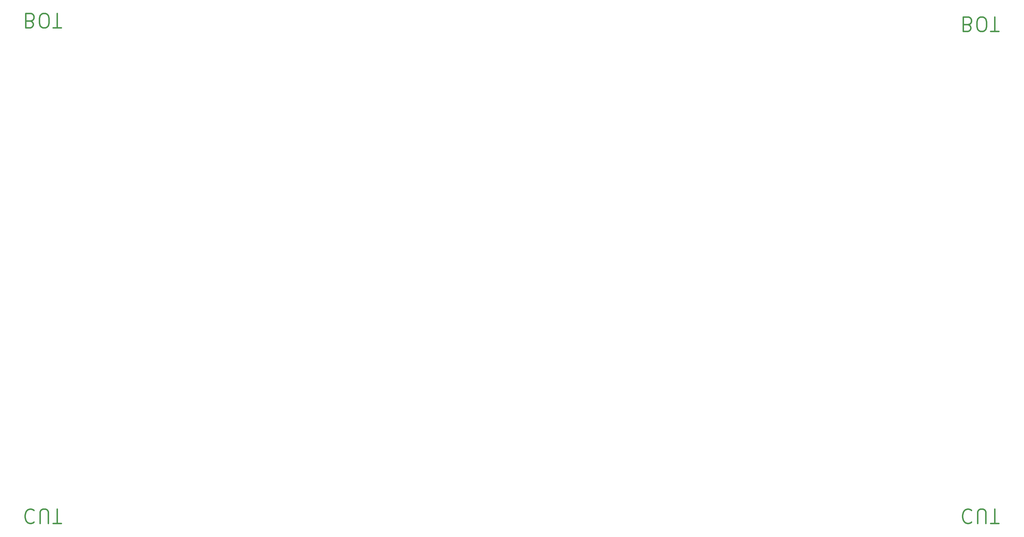
<source format=gbr>
%TF.GenerationSoftware,KiCad,Pcbnew,7.0.1-3b83917a11~172~ubuntu22.04.1*%
%TF.CreationDate,2023-12-10T15:59:10-05:00*%
%TF.ProjectId,coil_template_second,636f696c-5f74-4656-9d70-6c6174655f73,rev?*%
%TF.SameCoordinates,Original*%
%TF.FileFunction,Legend,Bot*%
%TF.FilePolarity,Positive*%
%FSLAX46Y46*%
G04 Gerber Fmt 4.6, Leading zero omitted, Abs format (unit mm)*
G04 Created by KiCad (PCBNEW 7.0.1-3b83917a11~172~ubuntu22.04.1) date 2023-12-10 15:59:10*
%MOMM*%
%LPD*%
G01*
G04 APERTURE LIST*
%ADD10C,2.000000*%
G04 APERTURE END LIST*
D10*
X91190476Y-712652380D02*
X90238095Y-711700000D01*
X90238095Y-711700000D02*
X87380952Y-710747619D01*
X87380952Y-710747619D02*
X85476190Y-710747619D01*
X85476190Y-710747619D02*
X82619047Y-711700000D01*
X82619047Y-711700000D02*
X80714285Y-713604761D01*
X80714285Y-713604761D02*
X79761904Y-715509523D01*
X79761904Y-715509523D02*
X78809523Y-719319047D01*
X78809523Y-719319047D02*
X78809523Y-722176190D01*
X78809523Y-722176190D02*
X79761904Y-725985714D01*
X79761904Y-725985714D02*
X80714285Y-727890476D01*
X80714285Y-727890476D02*
X82619047Y-729795238D01*
X82619047Y-729795238D02*
X85476190Y-730747619D01*
X85476190Y-730747619D02*
X87380952Y-730747619D01*
X87380952Y-730747619D02*
X90238095Y-729795238D01*
X90238095Y-729795238D02*
X91190476Y-728842857D01*
X99761904Y-730747619D02*
X99761904Y-714557142D01*
X99761904Y-714557142D02*
X100714285Y-712652380D01*
X100714285Y-712652380D02*
X101666666Y-711700000D01*
X101666666Y-711700000D02*
X103571428Y-710747619D01*
X103571428Y-710747619D02*
X107380952Y-710747619D01*
X107380952Y-710747619D02*
X109285714Y-711700000D01*
X109285714Y-711700000D02*
X110238095Y-712652380D01*
X110238095Y-712652380D02*
X111190476Y-714557142D01*
X111190476Y-714557142D02*
X111190476Y-730747619D01*
X117857142Y-730747619D02*
X129285714Y-730747619D01*
X123571428Y-710747619D02*
X123571428Y-730747619D01*
X1396190476Y-712652380D02*
X1395238095Y-711700000D01*
X1395238095Y-711700000D02*
X1392380952Y-710747619D01*
X1392380952Y-710747619D02*
X1390476190Y-710747619D01*
X1390476190Y-710747619D02*
X1387619047Y-711700000D01*
X1387619047Y-711700000D02*
X1385714285Y-713604761D01*
X1385714285Y-713604761D02*
X1384761904Y-715509523D01*
X1384761904Y-715509523D02*
X1383809523Y-719319047D01*
X1383809523Y-719319047D02*
X1383809523Y-722176190D01*
X1383809523Y-722176190D02*
X1384761904Y-725985714D01*
X1384761904Y-725985714D02*
X1385714285Y-727890476D01*
X1385714285Y-727890476D02*
X1387619047Y-729795238D01*
X1387619047Y-729795238D02*
X1390476190Y-730747619D01*
X1390476190Y-730747619D02*
X1392380952Y-730747619D01*
X1392380952Y-730747619D02*
X1395238095Y-729795238D01*
X1395238095Y-729795238D02*
X1396190476Y-728842857D01*
X1404761904Y-730747619D02*
X1404761904Y-714557142D01*
X1404761904Y-714557142D02*
X1405714285Y-712652380D01*
X1405714285Y-712652380D02*
X1406666666Y-711700000D01*
X1406666666Y-711700000D02*
X1408571428Y-710747619D01*
X1408571428Y-710747619D02*
X1412380952Y-710747619D01*
X1412380952Y-710747619D02*
X1414285714Y-711700000D01*
X1414285714Y-711700000D02*
X1415238095Y-712652380D01*
X1415238095Y-712652380D02*
X1416190476Y-714557142D01*
X1416190476Y-714557142D02*
X1416190476Y-730747619D01*
X1422857142Y-730747619D02*
X1434285714Y-730747619D01*
X1428571428Y-710747619D02*
X1428571428Y-730747619D01*
X86428571Y-31223809D02*
X89285714Y-30271428D01*
X89285714Y-30271428D02*
X90238095Y-29319047D01*
X90238095Y-29319047D02*
X91190476Y-27414285D01*
X91190476Y-27414285D02*
X91190476Y-24557142D01*
X91190476Y-24557142D02*
X90238095Y-22652380D01*
X90238095Y-22652380D02*
X89285714Y-21700000D01*
X89285714Y-21700000D02*
X87380952Y-20747619D01*
X87380952Y-20747619D02*
X79761904Y-20747619D01*
X79761904Y-20747619D02*
X79761904Y-40747619D01*
X79761904Y-40747619D02*
X86428571Y-40747619D01*
X86428571Y-40747619D02*
X88333333Y-39795238D01*
X88333333Y-39795238D02*
X89285714Y-38842857D01*
X89285714Y-38842857D02*
X90238095Y-36938095D01*
X90238095Y-36938095D02*
X90238095Y-35033333D01*
X90238095Y-35033333D02*
X89285714Y-33128571D01*
X89285714Y-33128571D02*
X88333333Y-32176190D01*
X88333333Y-32176190D02*
X86428571Y-31223809D01*
X86428571Y-31223809D02*
X79761904Y-31223809D01*
X103571428Y-40747619D02*
X107380952Y-40747619D01*
X107380952Y-40747619D02*
X109285714Y-39795238D01*
X109285714Y-39795238D02*
X111190476Y-37890476D01*
X111190476Y-37890476D02*
X112142857Y-34080952D01*
X112142857Y-34080952D02*
X112142857Y-27414285D01*
X112142857Y-27414285D02*
X111190476Y-23604761D01*
X111190476Y-23604761D02*
X109285714Y-21700000D01*
X109285714Y-21700000D02*
X107380952Y-20747619D01*
X107380952Y-20747619D02*
X103571428Y-20747619D01*
X103571428Y-20747619D02*
X101666666Y-21700000D01*
X101666666Y-21700000D02*
X99761904Y-23604761D01*
X99761904Y-23604761D02*
X98809523Y-27414285D01*
X98809523Y-27414285D02*
X98809523Y-34080952D01*
X98809523Y-34080952D02*
X99761904Y-37890476D01*
X99761904Y-37890476D02*
X101666666Y-39795238D01*
X101666666Y-39795238D02*
X103571428Y-40747619D01*
X117857142Y-40747619D02*
X129285714Y-40747619D01*
X123571428Y-20747619D02*
X123571428Y-40747619D01*
X1391428571Y-36223809D02*
X1394285714Y-35271428D01*
X1394285714Y-35271428D02*
X1395238095Y-34319047D01*
X1395238095Y-34319047D02*
X1396190476Y-32414285D01*
X1396190476Y-32414285D02*
X1396190476Y-29557142D01*
X1396190476Y-29557142D02*
X1395238095Y-27652380D01*
X1395238095Y-27652380D02*
X1394285714Y-26700000D01*
X1394285714Y-26700000D02*
X1392380952Y-25747619D01*
X1392380952Y-25747619D02*
X1384761904Y-25747619D01*
X1384761904Y-25747619D02*
X1384761904Y-45747619D01*
X1384761904Y-45747619D02*
X1391428571Y-45747619D01*
X1391428571Y-45747619D02*
X1393333333Y-44795238D01*
X1393333333Y-44795238D02*
X1394285714Y-43842857D01*
X1394285714Y-43842857D02*
X1395238095Y-41938095D01*
X1395238095Y-41938095D02*
X1395238095Y-40033333D01*
X1395238095Y-40033333D02*
X1394285714Y-38128571D01*
X1394285714Y-38128571D02*
X1393333333Y-37176190D01*
X1393333333Y-37176190D02*
X1391428571Y-36223809D01*
X1391428571Y-36223809D02*
X1384761904Y-36223809D01*
X1408571428Y-45747619D02*
X1412380952Y-45747619D01*
X1412380952Y-45747619D02*
X1414285714Y-44795238D01*
X1414285714Y-44795238D02*
X1416190476Y-42890476D01*
X1416190476Y-42890476D02*
X1417142857Y-39080952D01*
X1417142857Y-39080952D02*
X1417142857Y-32414285D01*
X1417142857Y-32414285D02*
X1416190476Y-28604761D01*
X1416190476Y-28604761D02*
X1414285714Y-26700000D01*
X1414285714Y-26700000D02*
X1412380952Y-25747619D01*
X1412380952Y-25747619D02*
X1408571428Y-25747619D01*
X1408571428Y-25747619D02*
X1406666666Y-26700000D01*
X1406666666Y-26700000D02*
X1404761904Y-28604761D01*
X1404761904Y-28604761D02*
X1403809523Y-32414285D01*
X1403809523Y-32414285D02*
X1403809523Y-39080952D01*
X1403809523Y-39080952D02*
X1404761904Y-42890476D01*
X1404761904Y-42890476D02*
X1406666666Y-44795238D01*
X1406666666Y-44795238D02*
X1408571428Y-45747619D01*
X1422857142Y-45747619D02*
X1434285714Y-45747619D01*
X1428571428Y-25747619D02*
X1428571428Y-45747619D01*
M02*

</source>
